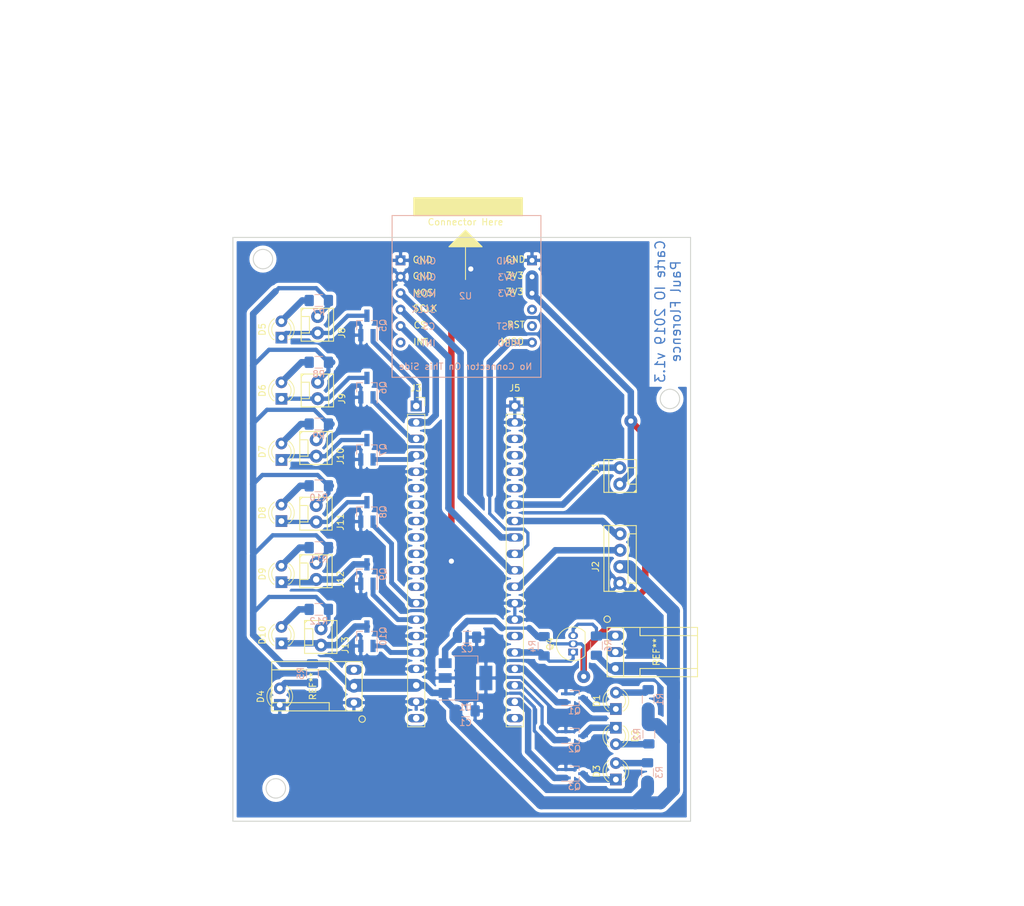
<source format=kicad_pcb>
(kicad_pcb (version 20171130) (host pcbnew 5.1.1)
  (title_block (title "Carte IO/Pompe 2019") (date 2019-05-13) (rev v1.3) (company "Club Robot") (comment 1 Paul) (comment 2 Florence))
  (layers (0 F.Cu signal) (31 B.Cu signal) (34 B.Paste user) (35 F.Paste user) (36 B.SilkS user) (37 F.SilkS user hide) (38 B.Mask user) (39 F.Mask user) (44 Edge.Cuts user))
  (net 0 "")
  (net 1 +5V)
  (net 2 GND)
  (net 3 +3V3)
  (net 4 "Net-(D1-Pad1)")
  (net 5 "Net-(D1-Pad2)")
  (net 6 "Net-(D2-Pad2)")
  (net 7 "Net-(D2-Pad1)")
  (net 8 "Net-(D3-Pad1)")
  (net 9 "Net-(D3-Pad2)")
  (net 10 "Net-(D4-Pad2)")
  (net 11 /led_hardfault)
  (net 12 /led_feedback)
  (net 13 "Net-(U2-Pad8)")
  (net 14 "Net-(U2-Pad1)")
  (net 15 /led_communication)
  (net 16 "Net-(J4-Pad3)")
  (net 17 /SCK)
  (net 18 /MISO)
  (net 19 /MOSI)
  (net 20 /CS)
  (net 21 /Tirette)
  (net 22 /Pompe2)
  (net 23 /Pompe1)
  (net 24 /EV1)
  (net 25 /EV2)
  (net 26 /EV3)
  (net 27 "Net-(J3-Pad6)")
  (net 28 "Net-(J3-Pad7)")
  (net 29 "Net-(J3-Pad8)")
  (net 30 "Net-(J3-Pad9)")
  (net 31 "Net-(J3-Pad10)")
  (net 32 "Net-(J3-Pad11)")
  (net 33 "Net-(J3-Pad12)")
  (net 34 /EV4)
  (net 35 /EV5)
  (net 36 /EV6)
  (net 37 "Net-(J3-Pad20)")
  (net 38 "Net-(J5-Pad20)")
  (net 39 /Buzzer)
  (net 40 "Net-(J5-Pad15)")
  (net 41 /EV7)
  (net 42 "Net-(J5-Pad4)")
  (net 43 /EV8)
  (net 44 "Net-(J5-Pad3)")
  (net 45 "Net-(J7-Pad1)")
  (net 46 "Net-(D5-Pad2)")
  (net 47 "Net-(D6-Pad2)")
  (net 48 "Net-(D7-Pad2)")
  (net 49 "Net-(D8-Pad2)")
  (net 50 "Net-(D9-Pad2)")
  (net 51 "Net-(D10-Pad2)")
  (net 52 "Net-(D5-Pad1)")
  (net 53 "Net-(D6-Pad1)")
  (net 54 "Net-(D7-Pad1)")
  (net 55 "Net-(D8-Pad1)")
  (net 56 "Net-(D9-Pad1)")
  (net 57 "Net-(D10-Pad1)")
  (module @Robot:HE14-2-straight (layer F.Cu) (at 102.126253 83.82 270)
    (fp_text reference J10 (at 0 -3 270) (layer F.SilkS))
    (fp_text value Con_EV)
    (pad 1 thru_hole circle (at -2.54 0.743747 90) (size 2 2) (drill 1) (layers *.Cu *.Mask) (net 1 +5V))
    (pad 2 thru_hole circle (at 0 0.743747 90) (size 2 2) (drill 1) (layers *.Cu *.Mask) (net 54 "Net-(D7-Pad1)"))
  )
  (module Resistor_SMD:R_1206_3216Metric_Pad1.42x1.75mm_HandSolder (layer B.Cu) (at 152.6 132.7 90)
    (fp_text reference R3 (at 0 1.82 -90) (layer B.SilkS) (effects (justify mirror)))
    (fp_text value 150)
    (pad 2 smd roundrect (at 1.4875 0 90) (size 1.425 1.75) (layers B.Cu B.Paste B.Mask) (roundrect_rratio 0.175439) (net 9 "Net-(D3-Pad2)"))
    (pad 1 smd roundrect (at -1.4875 0 90) (size 1.425 1.75) (layers B.Cu B.Paste B.Mask) (roundrect_rratio 0.175439) (net 1 +5V))
  )
  (module Resistor_SMD:R_1206_3216Metric_Pad1.42x1.75mm_HandSolder (layer B.Cu) (at 152.8 126.8 270)
    (fp_text reference R2 (at 0 1.82 270) (layer B.SilkS) (effects (justify mirror)))
    (fp_text value 150)
    (pad 2 smd roundrect (at 1.4875 0 270) (size 1.425 1.75) (layers B.Cu B.Paste B.Mask) (roundrect_rratio 0.175439) (net 6 "Net-(D2-Pad2)"))
    (pad 1 smd roundrect (at -1.4875 0 270) (size 1.425 1.75) (layers B.Cu B.Paste B.Mask) (roundrect_rratio 0.175439) (net 1 +5V))
  )
  (module Resistor_SMD:R_1206_3216Metric_Pad1.42x1.75mm_HandSolder (layer B.Cu) (at 152.7 121.4 90)
    (fp_text reference R1 (at 0 1.82 270) (layer B.SilkS) (effects (justify mirror)))
    (fp_text value 150)
    (pad 2 smd roundrect (at 1.4875 0 90) (size 1.425 1.75) (layers B.Cu B.Paste B.Mask) (roundrect_rratio 0.175439) (net 5 "Net-(D1-Pad2)"))
    (pad 1 smd roundrect (at -1.4875 0 90) (size 1.425 1.75) (layers B.Cu B.Paste B.Mask) (roundrect_rratio 0.175439) (net 1 +5V))
  )
  (module Package_TO_SOT_SMD:SOT-323_SC-70_Handsoldering (layer B.Cu) (at 141.3 132.9)
    (fp_text reference Q3 (at 0 2) (layer B.SilkS) (effects (justify mirror)))
    (fp_text value PMF370XN)
    (pad 3 smd rect (at 1.33 0 90) (size 0.45 1.5) (layers B.Cu B.Paste B.Mask) (net 8 "Net-(D3-Pad1)"))
    (pad 2 smd rect (at -1.33 -0.65 90) (size 0.45 1.5) (layers B.Cu B.Paste B.Mask) (net 2 GND))
    (pad 1 smd rect (at -1.33 0.65 90) (size 0.45 1.5) (layers B.Cu B.Paste B.Mask) (net 12 /led_feedback))
  )
  (module Package_TO_SOT_SMD:SOT-323_SC-70_Handsoldering (layer B.Cu) (at 141.3 127.05)
    (fp_text reference Q2 (at 0 2) (layer B.SilkS) (effects (justify mirror)))
    (fp_text value PMF370XN)
    (pad 3 smd rect (at 1.33 0 90) (size 0.45 1.5) (layers B.Cu B.Paste B.Mask) (net 7 "Net-(D2-Pad1)"))
    (pad 2 smd rect (at -1.33 -0.65 90) (size 0.45 1.5) (layers B.Cu B.Paste B.Mask) (net 2 GND))
    (pad 1 smd rect (at -1.33 0.65 90) (size 0.45 1.5) (layers B.Cu B.Paste B.Mask) (net 15 /led_communication))
  )
  (module Package_TO_SOT_SMD:SOT-323_SC-70_Handsoldering (layer B.Cu) (at 141.3 121.2)
    (fp_text reference Q1 (at 0 2) (layer B.SilkS) (effects (justify mirror)))
    (fp_text value PMF370XN)
    (pad 3 smd rect (at 1.33 0 90) (size 0.45 1.5) (layers B.Cu B.Paste B.Mask) (net 4 "Net-(D1-Pad1)"))
    (pad 2 smd rect (at -1.33 -0.65 90) (size 0.45 1.5) (layers B.Cu B.Paste B.Mask) (net 2 GND))
    (pad 1 smd rect (at -1.33 0.65 90) (size 0.45 1.5) (layers B.Cu B.Paste B.Mask) (net 11 /led_hardfault))
  )
  (module LED_THT:LED_D3.0mm (layer F.Cu) (at 147.7 133.8 90)
    (fp_text reference D3 (at 1.27 -2.96 90) (layer F.SilkS))
    (fp_text value led_feedback_vert)
    (pad 2 thru_hole circle (at 2.54 0 90) (size 1.8 1.8) (drill 0.9) (layers *.Cu *.Mask) (net 9 "Net-(D3-Pad2)"))
    (pad 1 thru_hole rect (at 0 0 90) (size 1.8 1.8) (drill 0.9) (layers *.Cu *.Mask) (net 8 "Net-(D3-Pad1)"))
  )
  (module LED_THT:LED_D3.0mm (layer F.Cu) (at 147.7 125.8 270)
    (fp_text reference D2 (at 1.27 -2.96 90) (layer F.SilkS))
    (fp_text value LED_communication_vert)
    (pad 2 thru_hole circle (at 2.54 0 270) (size 1.8 1.8) (drill 0.9) (layers *.Cu *.Mask) (net 6 "Net-(D2-Pad2)"))
    (pad 1 thru_hole rect (at 0 0 270) (size 1.8 1.8) (drill 0.9) (layers *.Cu *.Mask) (net 7 "Net-(D2-Pad1)"))
  )
  (module LED_THT:LED_D3.0mm (layer F.Cu) (at 147.7 122.9 90)
    (fp_text reference D1 (at 1.27 -2.96 90) (layer F.SilkS))
    (fp_text value LED_hardfault_jaune)
    (pad 2 thru_hole circle (at 2.54 0 90) (size 1.8 1.8) (drill 0.9) (layers *.Cu *.Mask) (net 5 "Net-(D1-Pad2)"))
    (pad 1 thru_hole rect (at 0 0 90) (size 1.8 1.8) (drill 0.9) (layers *.Cu *.Mask) (net 4 "Net-(D1-Pad1)"))
  )
  (module @Robot:HE14-3_horizontal (layer F.Cu) (at 103.396253 119.38 90)
    (fp_text reference J4 hide)
    (fp_text value "Alim logique" hide)
    (fp_text user REF** (at 0 -2.54 270) (layer F.SilkS))
    (pad 3 thru_hole oval (at 2.54 3.81 90) (size 1.524 2.54) (drill 1) (layers *.Cu *.Mask) (net 16 "Net-(J4-Pad3)"))
    (pad 1 thru_hole oval (at -2.54 3.81 90) (size 1.524 2.54) (drill 1) (layers *.Cu *.Mask) (net 2 GND))
    (pad 2 thru_hole oval (at 0 3.81 90) (size 1.524 2.54) (drill 1) (layers *.Cu *.Mask) (net 1 +5V))
  )
  (module LED_THT:LED_D3.0mm (layer F.Cu) (at 95.75 122.25 90)
    (fp_text reference D4 (at 1.27 -2.96 270) (layer F.SilkS))
    (fp_text value LED_alimentation_rouge)
    (pad 2 thru_hole circle (at 2.54 0 90) (size 1.8 1.8) (drill 0.9) (layers *.Cu *.Mask) (net 10 "Net-(D4-Pad2)"))
    (pad 1 thru_hole rect (at 0 0 90) (size 1.8 1.8) (drill 0.9) (layers *.Cu *.Mask) (net 2 GND))
  )
  (module Resistor_SMD:R_1206_3216Metric_Pad1.42x1.75mm_HandSolder (layer B.Cu) (at 101.783747 107.5)
    (fp_text reference R12 (at 0 1.82) (layer B.SilkS) (effects (justify mirror)))
    (fp_text value 150R)
    (pad 2 smd roundrect (at 1.4875 0) (size 1.425 1.75) (layers B.Cu B.Paste B.Mask) (roundrect_rratio 0.175439) (net 1 +5V))
    (pad 1 smd roundrect (at -1.4875 0) (size 1.425 1.75) (layers B.Cu B.Paste B.Mask) (roundrect_rratio 0.175439) (net 51 "Net-(D10-Pad2)"))
  )
  (module Resistor_SMD:R_1206_3216Metric_Pad1.42x1.75mm_HandSolder (layer B.Cu) (at 101.783747 97.95)
    (fp_text reference R11 (at 0 1.82) (layer B.SilkS) (effects (justify mirror)))
    (fp_text value 150R)
    (pad 2 smd roundrect (at 1.4875 0) (size 1.425 1.75) (layers B.Cu B.Paste B.Mask) (roundrect_rratio 0.175439) (net 1 +5V))
    (pad 1 smd roundrect (at -1.4875 0) (size 1.425 1.75) (layers B.Cu B.Paste B.Mask) (roundrect_rratio 0.175439) (net 50 "Net-(D9-Pad2)"))
  )
  (module Resistor_SMD:R_1206_3216Metric_Pad1.42x1.75mm_HandSolder (layer B.Cu) (at 101.783747 88.4)
    (fp_text reference R10 (at 0 1.82) (layer B.SilkS) (effects (justify mirror)))
    (fp_text value 150R)
    (pad 2 smd roundrect (at 1.4875 0) (size 1.425 1.75) (layers B.Cu B.Paste B.Mask) (roundrect_rratio 0.175439) (net 1 +5V))
    (pad 1 smd roundrect (at -1.4875 0) (size 1.425 1.75) (layers B.Cu B.Paste B.Mask) (roundrect_rratio 0.175439) (net 49 "Net-(D8-Pad2)"))
  )
  (module Resistor_SMD:R_1206_3216Metric_Pad1.42x1.75mm_HandSolder (layer B.Cu) (at 101.783747 78.85)
    (fp_text reference R9 (at 0 1.82) (layer B.SilkS) (effects (justify mirror)))
    (fp_text value 150R)
    (pad 2 smd roundrect (at 1.4875 0) (size 1.425 1.75) (layers B.Cu B.Paste B.Mask) (roundrect_rratio 0.175439) (net 1 +5V))
    (pad 1 smd roundrect (at -1.4875 0) (size 1.425 1.75) (layers B.Cu B.Paste B.Mask) (roundrect_rratio 0.175439) (net 48 "Net-(D7-Pad2)"))
  )
  (module Resistor_SMD:R_1206_3216Metric_Pad1.42x1.75mm_HandSolder (layer B.Cu) (at 101.783747 69.3)
    (fp_text reference R8 (at 0 1.82) (layer B.SilkS) (effects (justify mirror)))
    (fp_text value 150R)
    (pad 2 smd roundrect (at 1.4875 0) (size 1.425 1.75) (layers B.Cu B.Paste B.Mask) (roundrect_rratio 0.175439) (net 1 +5V))
    (pad 1 smd roundrect (at -1.4875 0) (size 1.425 1.75) (layers B.Cu B.Paste B.Mask) (roundrect_rratio 0.175439) (net 47 "Net-(D6-Pad2)"))
  )
  (module Resistor_SMD:R_1206_3216Metric_Pad1.42x1.75mm_HandSolder (layer B.Cu) (at 101.783747 59.75)
    (fp_text reference R7 (at 0 1.82) (layer B.SilkS) (effects (justify mirror)))
    (fp_text value 150R)
    (pad 2 smd roundrect (at 1.4875 0) (size 1.425 1.75) (layers B.Cu B.Paste B.Mask) (roundrect_rratio 0.175439) (net 1 +5V))
    (pad 1 smd roundrect (at -1.4875 0) (size 1.425 1.75) (layers B.Cu B.Paste B.Mask) (roundrect_rratio 0.175439) (net 46 "Net-(D5-Pad2)"))
  )
  (module LED_THT:LED_D3.0mm (layer F.Cu) (at 96 112.75 90)
    (fp_text reference D10 (at 1.27 -2.96 90) (layer F.SilkS))
    (fp_text value LED_VERTE)
    (pad 2 thru_hole circle (at 2.54 0 90) (size 1.8 1.8) (drill 0.9) (layers *.Cu *.Mask) (net 51 "Net-(D10-Pad2)"))
    (pad 1 thru_hole rect (at 0 0 90) (size 1.8 1.8) (drill 0.9) (layers *.Cu *.Mask) (net 57 "Net-(D10-Pad1)"))
  )
  (module LED_THT:LED_D3.0mm (layer F.Cu) (at 96 103.3 90)
    (fp_text reference D9 (at 1.27 -2.96 90) (layer F.SilkS))
    (fp_text value LED_VERTE)
    (pad 2 thru_hole circle (at 2.54 0 90) (size 1.8 1.8) (drill 0.9) (layers *.Cu *.Mask) (net 50 "Net-(D9-Pad2)"))
    (pad 1 thru_hole rect (at 0 0 90) (size 1.8 1.8) (drill 0.9) (layers *.Cu *.Mask) (net 56 "Net-(D9-Pad1)"))
  )
  (module LED_THT:LED_D3.0mm (layer F.Cu) (at 96 93.85 90)
    (fp_text reference D8 (at 1.27 -2.96 90) (layer F.SilkS))
    (fp_text value LED_VERTE)
    (pad 2 thru_hole circle (at 2.54 0 90) (size 1.8 1.8) (drill 0.9) (layers *.Cu *.Mask) (net 49 "Net-(D8-Pad2)"))
    (pad 1 thru_hole rect (at 0 0 90) (size 1.8 1.8) (drill 0.9) (layers *.Cu *.Mask) (net 55 "Net-(D8-Pad1)"))
  )
  (module LED_THT:LED_D3.0mm (layer F.Cu) (at 96 84.4 90)
    (fp_text reference D7 (at 1.27 -2.96 90) (layer F.SilkS))
    (fp_text value LED_VERTE)
    (pad 2 thru_hole circle (at 2.54 0 90) (size 1.8 1.8) (drill 0.9) (layers *.Cu *.Mask) (net 48 "Net-(D7-Pad2)"))
    (pad 1 thru_hole rect (at 0 0 90) (size 1.8 1.8) (drill 0.9) (layers *.Cu *.Mask) (net 54 "Net-(D7-Pad1)"))
  )
  (module LED_THT:LED_D3.0mm (layer F.Cu) (at 96 74.95 90)
    (fp_text reference D6 (at 1.27 -2.96 90) (layer F.SilkS))
    (fp_text value LED_VERTE)
    (pad 2 thru_hole circle (at 2.54 0 90) (size 1.8 1.8) (drill 0.9) (layers *.Cu *.Mask) (net 47 "Net-(D6-Pad2)"))
    (pad 1 thru_hole rect (at 0 0 90) (size 1.8 1.8) (drill 0.9) (layers *.Cu *.Mask) (net 53 "Net-(D6-Pad1)"))
  )
  (module LED_THT:LED_D3.0mm (layer F.Cu) (at 96 65.5 90)
    (fp_text reference D5 (at 1.27 -2.96 90) (layer F.SilkS))
    (fp_text value LED_VERTE)
    (pad 2 thru_hole circle (at 2.54 0 90) (size 1.8 1.8) (drill 0.9) (layers *.Cu *.Mask) (net 46 "Net-(D5-Pad2)"))
    (pad 1 thru_hole rect (at 0 0 90) (size 1.8 1.8) (drill 0.9) (layers *.Cu *.Mask) (net 52 "Net-(D5-Pad1)"))
  )
  (module Package_TO_SOT_SMD:SOT-23_Handsoldering (layer B.Cu) (at 109.22 111.65 90)
    (fp_text reference Q10 (at 0 2.5 90) (layer B.SilkS) (effects (justify mirror)))
    (fp_text value NDS351AN)
    (pad 3 smd rect (at 1.5 0 90) (size 1.9 0.8) (layers B.Cu B.Paste B.Mask) (net 57 "Net-(D10-Pad1)"))
    (pad 2 smd rect (at -1.5 -0.95 90) (size 1.9 0.8) (layers B.Cu B.Paste B.Mask) (net 2 GND))
    (pad 1 smd rect (at -1.5 0.95 90) (size 1.9 0.8) (layers B.Cu B.Paste B.Mask) (net 36 /EV6))
  )
  (module Package_TO_SOT_SMD:SOT-23_Handsoldering (layer B.Cu) (at 109.22 102.042 90)
    (fp_text reference Q9 (at 0 2.5 90) (layer B.SilkS) (effects (justify mirror)))
    (fp_text value NDS351AN)
    (pad 3 smd rect (at 1.5 0 90) (size 1.9 0.8) (layers B.Cu B.Paste B.Mask) (net 56 "Net-(D9-Pad1)"))
    (pad 2 smd rect (at -1.5 -0.95 90) (size 1.9 0.8) (layers B.Cu B.Paste B.Mask) (net 2 GND))
    (pad 1 smd rect (at -1.5 0.95 90) (size 1.9 0.8) (layers B.Cu B.Paste B.Mask) (net 35 /EV5))
  )
  (module Package_TO_SOT_SMD:SOT-23_Handsoldering (layer B.Cu) (at 109.22 92.434 90)
    (fp_text reference Q8 (at 0 2.5 90) (layer B.SilkS) (effects (justify mirror)))
    (fp_text value NDS351AN)
    (pad 3 smd rect (at 1.5 0 90) (size 1.9 0.8) (layers B.Cu B.Paste B.Mask) (net 55 "Net-(D8-Pad1)"))
    (pad 2 smd rect (at -1.5 -0.95 90) (size 1.9 0.8) (layers B.Cu B.Paste B.Mask) (net 2 GND))
    (pad 1 smd rect (at -1.5 0.95 90) (size 1.9 0.8) (layers B.Cu B.Paste B.Mask) (net 34 /EV4))
  )
  (module Package_TO_SOT_SMD:SOT-23_Handsoldering (layer B.Cu) (at 109.22 82.826 90)
    (fp_text reference Q7 (at 0 2.5 90) (layer B.SilkS) (effects (justify mirror)))
    (fp_text value NDS351AN)
    (pad 3 smd rect (at 1.5 0 90) (size 1.9 0.8) (layers B.Cu B.Paste B.Mask) (net 54 "Net-(D7-Pad1)"))
    (pad 2 smd rect (at -1.5 -0.95 90) (size 1.9 0.8) (layers B.Cu B.Paste B.Mask) (net 2 GND))
    (pad 1 smd rect (at -1.5 0.95 90) (size 1.9 0.8) (layers B.Cu B.Paste B.Mask) (net 26 /EV3))
  )
  (module Package_TO_SOT_SMD:SOT-23_Handsoldering (layer B.Cu) (at 109.22 73.218 90)
    (fp_text reference Q6 (at 0 2.5 90) (layer B.SilkS) (effects (justify mirror)))
    (fp_text value NDS351AN)
    (pad 3 smd rect (at 1.5 0 90) (size 1.9 0.8) (layers B.Cu B.Paste B.Mask) (net 53 "Net-(D6-Pad1)"))
    (pad 2 smd rect (at -1.5 -0.95 90) (size 1.9 0.8) (layers B.Cu B.Paste B.Mask) (net 2 GND))
    (pad 1 smd rect (at -1.5 0.95 90) (size 1.9 0.8) (layers B.Cu B.Paste B.Mask) (net 25 /EV2))
  )
  (module Package_TO_SOT_SMD:SOT-23_Handsoldering (layer B.Cu) (at 109.22 63.61 90)
    (fp_text reference Q5 (at 0 2.5 90) (layer B.SilkS) (effects (justify mirror)))
    (fp_text value NDS351AN)
    (pad 3 smd rect (at 1.5 0 90) (size 1.9 0.8) (layers B.Cu B.Paste B.Mask) (net 52 "Net-(D5-Pad1)"))
    (pad 2 smd rect (at -1.5 -0.95 90) (size 1.9 0.8) (layers B.Cu B.Paste B.Mask) (net 2 GND))
    (pad 1 smd rect (at -1.5 0.95 90) (size 1.9 0.8) (layers B.Cu B.Paste B.Mask) (net 24 /EV1))
  )
  (module @Robot:HE14-2-straight (layer F.Cu) (at 102.87 113.03 270)
    (fp_text reference J13 (at 0 -3 270) (layer F.SilkS))
    (fp_text value Con_EV)
    (pad 1 thru_hole circle (at -2.54 0.743747 90) (size 2 2) (drill 1) (layers *.Cu *.Mask) (net 1 +5V))
    (pad 2 thru_hole circle (at 0 0.743747 90) (size 2 2) (drill 1) (layers *.Cu *.Mask) (net 57 "Net-(D10-Pad1)"))
  )
  (module @Robot:HE14-2-straight (layer F.Cu) (at 102.126253 102.87 270)
    (fp_text reference J12 (at 0 -3 270) (layer F.SilkS))
    (fp_text value Con_EV)
    (pad 1 thru_hole circle (at -2.54 0.743747 90) (size 2 2) (drill 1) (layers *.Cu *.Mask) (net 1 +5V))
    (pad 2 thru_hole circle (at 0 0.743747 90) (size 2 2) (drill 1) (layers *.Cu *.Mask) (net 56 "Net-(D9-Pad1)"))
  )
  (module @Robot:HE14-2-straight (layer F.Cu) (at 102.126253 93.98 270)
    (fp_text reference J11 (at 0 -3 270) (layer F.SilkS))
    (fp_text value Con_EV)
    (pad 1 thru_hole circle (at -2.54 0.743747 90) (size 2 2) (drill 1) (layers *.Cu *.Mask) (net 1 +5V))
    (pad 2 thru_hole circle (at 0 0.743747 90) (size 2 2) (drill 1) (layers *.Cu *.Mask) (net 55 "Net-(D8-Pad1)"))
  )
  (module @Robot:HE14-2-straight (layer F.Cu) (at 102.343747 74.93 270)
    (fp_text reference J9 (at 0 -3 270) (layer F.SilkS))
    (fp_text value Con_EV)
    (pad 1 thru_hole circle (at -2.54 0.743747 90) (size 2 2) (drill 1) (layers *.Cu *.Mask) (net 1 +5V))
    (pad 2 thru_hole circle (at 0 0.743747 90) (size 2 2) (drill 1) (layers *.Cu *.Mask) (net 53 "Net-(D6-Pad1)"))
  )
  (module @Robot:HE14-2-straight (layer F.Cu) (at 102.343747 64.77 270)
    (fp_text reference J8 (at 0 -3 270) (layer F.SilkS))
    (fp_text value Con_EV)
    (pad 1 thru_hole circle (at -2.54 0.743747 90) (size 2 2) (drill 1) (layers *.Cu *.Mask) (net 1 +5V))
    (pad 2 thru_hole circle (at 0 0.743747 90) (size 2 2) (drill 1) (layers *.Cu *.Mask) (net 52 "Net-(D5-Pad1)"))
  )
  (module @Robot:HE14-4-straight (layer F.Cu) (at 147.571253 100.9 90)
    (fp_text reference J2 (at 0 -3 90) (layer F.SilkS))
    (fp_text value Conn_01x04)
    (pad 4 thru_hole circle (at 5.08 0.783747 270) (size 2 2) (drill 1) (layers *.Cu *.Mask) (net 22 /Pompe2))
    (pad 1 thru_hole circle (at -2.54 0.743747 270) (size 2 2) (drill 1) (layers *.Cu *.Mask) (net 2 GND))
    (pad 2 thru_hole circle (at 0 0.743747 270) (size 2 2) (drill 1) (layers *.Cu *.Mask) (net 1 +5V))
    (pad 3 thru_hole circle (at 2.54 0.783747 270) (size 2 2) (drill 1) (layers *.Cu *.Mask) (net 23 /Pompe1))
  )
  (module @Robot:HE14-2-straight (layer F.Cu) (at 147.571253 85.6 90)
    (fp_text reference J1 (at 0 -3 90) (layer F.SilkS))
    (fp_text value Con_Tirette)
    (pad 1 thru_hole circle (at -2.54 0.743747 270) (size 2 2) (drill 1) (layers *.Cu *.Mask) (net 3 +3V3))
    (pad 2 thru_hole circle (at 0 0.743747 270) (size 2 2) (drill 1) (layers *.Cu *.Mask) (net 21 /Tirette))
  )
  (module Resistor_SMD:R_1206_3216Metric_Pad1.42x1.75mm_HandSolder (layer B.Cu) (at 144.7 113.1 90)
    (fp_text reference R6 (at 0 1.82 90) (layer B.SilkS) (effects (justify mirror)))
    (fp_text value 10k)
    (pad 2 smd roundrect (at 1.4875 0 90) (size 1.425 1.75) (layers B.Cu B.Paste B.Mask) (roundrect_rratio 0.175439) (net 45 "Net-(J7-Pad1)"))
    (pad 1 smd roundrect (at -1.4875 0 90) (size 1.425 1.75) (layers B.Cu B.Paste B.Mask) (roundrect_rratio 0.175439) (net 1 +5V))
  )
  (module Resistor_SMD:R_1206_3216Metric_Pad1.42x1.75mm_HandSolder (layer B.Cu) (at 136.6 113.2 270)
    (fp_text reference R4 (at 0 1.82 90) (layer B.SilkS) (effects (justify mirror)))
    (fp_text value 10k)
    (pad 2 smd roundrect (at 1.4875 0 270) (size 1.425 1.75) (layers B.Cu B.Paste B.Mask) (roundrect_rratio 0.175439) (net 39 /Buzzer))
    (pad 1 smd roundrect (at -1.4875 0 270) (size 1.425 1.75) (layers B.Cu B.Paste B.Mask) (roundrect_rratio 0.175439) (net 3 +3V3))
  )
  (module Package_TO_SOT_THT:TO-92_Inline (layer F.Cu) (at 141.1 114.1 90)
    (fp_text reference Q4 (at 1.27 -3.56 90) (layer F.SilkS))
    (fp_text value 2N7000)
    (pad 1 thru_hole rect (at 0 0 90) (size 1.05 1.5) (drill 0.75) (layers *.Cu *.Mask) (net 39 /Buzzer))
    (pad 3 thru_hole oval (at 2.54 0 90) (size 1.05 1.5) (drill 0.75) (layers *.Cu *.Mask) (net 45 "Net-(J7-Pad1)"))
    (pad 2 thru_hole oval (at 1.27 0 90) (size 1.05 1.5) (drill 0.75) (layers *.Cu *.Mask) (net 3 +3V3))
  )
  (module @Robot:HE14-3_horizontal (layer F.Cu) (at 151.435 114.1 270)
    (fp_text reference J7 hide)
    (fp_text value Con_Buzzer hide)
    (fp_text user REF** (at 0 -2.54 270) (layer F.SilkS))
    (pad 3 thru_hole oval (at 2.54 3.81 270) (size 1.524 2.54) (drill 1) (layers *.Cu *.Mask) (net 1 +5V))
    (pad 1 thru_hole oval (at -2.54 3.81 270) (size 1.524 2.54) (drill 1) (layers *.Cu *.Mask) (net 45 "Net-(J7-Pad1)"))
    (pad 2 thru_hole oval (at 0 3.81 270) (size 1.524 2.54) (drill 1) (layers *.Cu *.Mask) (net 2 GND))
  )
  (module Capacitor_SMD:C_1206_3216Metric_Pad1.42x1.75mm_HandSolder (layer B.Cu) (at 124.46 123.19)
    (fp_text reference C1 (at 0 1.82) (layer B.SilkS) (effects (justify mirror)))
    (fp_text value 1u)
    (pad 1 smd roundrect (at -1.4875 0) (size 1.425 1.75) (layers B.Cu B.Paste B.Mask) (roundrect_rratio 0.175439) (net 1 +5V))
    (pad 2 smd roundrect (at 1.4875 0) (size 1.425 1.75) (layers B.Cu B.Paste B.Mask) (roundrect_rratio 0.175439) (net 2 GND))
  )
  (module Capacitor_SMD:C_1206_3216Metric_Pad1.42x1.75mm_HandSolder (layer B.Cu) (at 124.7 111.8)
    (fp_text reference C2 (at 0 1.82) (layer B.SilkS) (effects (justify mirror)))
    (fp_text value 1u)
    (pad 2 smd roundrect (at 1.4875 0) (size 1.425 1.75) (layers B.Cu B.Paste B.Mask) (roundrect_rratio 0.175439) (net 2 GND))
    (pad 1 smd roundrect (at -1.4875 0) (size 1.425 1.75) (layers B.Cu B.Paste B.Mask) (roundrect_rratio 0.175439) (net 3 +3V3))
  )
  (module Resistor_SMD:R_1206_3216Metric_Pad1.42x1.75mm_HandSolder (layer B.Cu) (at 100.8 117.4 270)
    (fp_text reference R5 (at 0 1.82 90) (layer B.SilkS) (effects (justify mirror)))
    (fp_text value 150)
    (pad 2 smd roundrect (at 1.4875 0 270) (size 1.425 1.75) (layers B.Cu B.Paste B.Mask) (roundrect_rratio 0.175439) (net 10 "Net-(D4-Pad2)"))
    (pad 1 smd roundrect (at -1.4875 0 270) (size 1.425 1.75) (layers B.Cu B.Paste B.Mask) (roundrect_rratio 0.175439) (net 1 +5V))
  )
  (module Package_TO_SOT_SMD:SOT-223-3_TabPin2 (layer B.Cu) (at 124.46 118.11)
    (fp_text reference U1 (at 0 4.5) (layer B.SilkS) (effects (justify mirror)))
    (fp_text value TC1262-33)
    (pad 2 smd rect (at 3.15 0) (size 2 3.8) (layers B.Cu B.Paste B.Mask) (net 2 GND))
    (pad 2 smd rect (at -3.15 0) (size 2 1.5) (layers B.Cu B.Paste B.Mask) (net 2 GND))
    (pad 3 smd rect (at -3.15 -2.3) (size 2 1.5) (layers B.Cu B.Paste B.Mask) (net 3 +3V3))
    (pad 1 smd rect (at -3.15 2.3) (size 2 1.5) (layers B.Cu B.Paste B.Mask) (net 1 +5V))
  )
  (module @Robot:w5500 (layer F.Cu) (at 124.46 59.055 180)
    (fp_text reference U2 (at 0 0 180) (layer B.SilkS) (effects (justify mirror)))
    (fp_text value w5500)
    (fp_text user SCLK (at 6.23 -1.901712) (layer F.SilkS))
    (fp_text user INT (at 6.93 -7.101712) (layer F.SilkS))
    (fp_text user CS (at 7.03 -4.501712) (layer F.SilkS))
    (fp_text user GND (at 6.63 5.598288) (layer F.SilkS))
    (fp_text user GND (at 6.63 3.098288) (layer F.SilkS))
    (fp_text user MOSI (at 6.33 0.498288) (layer F.SilkS))
    (fp_text user RST (at -7.8 -4.44077) (layer F.SilkS))
    (fp_text user GND (at -7.7 5.65923) (layer F.SilkS))
    (fp_text user 3V3 (at -7.6 3.15923) (layer F.SilkS))
    (fp_text user MISO (at -7.2 -7.04077) (layer F.SilkS))
    (fp_text user 3V3 (at -7.6 0.65923) (layer F.SilkS))
    (fp_text user "Connector Here" (at 0 11.43 180) (layer F.SilkS))
    (fp_text user SCLK (at 6.47 -2.1 180) (layer B.SilkS) (effects (justify mirror)))
    (fp_text user MOSI (at 6.37 0.3 180) (layer B.SilkS) (effects (justify mirror)))
    (fp_text user CS (at 5.67 -4.7 180) (layer B.SilkS) (effects (justify mirror)))
    (fp_text user INT (at 5.77 -7.3 180) (layer B.SilkS) (effects (justify mirror)))
    (fp_text user MISO (at -6.77 -7.3 180) (layer B.SilkS) (effects (justify mirror)))
    (fp_text user RST (at -6.17 -4.7 180) (layer B.SilkS) (effects (justify mirror)))
    (fp_text user 3V3 (at -6.37 0.4 180) (layer B.SilkS) (effects (justify mirror)))
    (fp_text user 3V3 (at -6.37 2.9 180) (layer B.SilkS) (effects (justify mirror)))
    (fp_text user GND (at 6.07 2.9 180) (layer B.SilkS) (effects (justify mirror)))
    (fp_text user GND (at -6.27 5.4 180) (layer B.SilkS) (effects (justify mirror)))
    (fp_text user GND (at 6.07 5.4 180) (layer B.SilkS) (effects (justify mirror)))
    (fp_text user "No Connector On This Side" (at 0 -10.9 180) (layer B.SilkS) (effects (justify mirror)))
    (pad 6 thru_hole rect (at 10.04 5.51 180) (size 1.524 1.524) (drill 0.762) (layers *.Cu *.Mask) (net 2 GND))
    (pad 12 thru_hole rect (at -10.28 5.51 180) (size 1.524 1.524) (drill 0.762) (layers *.Cu *.Mask) (net 2 GND))
    (pad 9 thru_hole circle (at -10.28 -2.11 180) (size 1.524 1.524) (drill 0.762) (layers *.Cu *.Mask))
    (pad 11 thru_hole circle (at -10.28 2.97 180) (size 1.524 1.524) (drill 0.762) (layers *.Cu *.Mask) (net 3 +3V3))
    (pad 10 thru_hole circle (at -10.28 0.43 180) (size 1.524 1.524) (drill 0.762) (layers *.Cu *.Mask) (net 3 +3V3))
    (pad 8 thru_hole circle (at -10.28 -4.65 180) (size 1.524 1.524) (drill 0.762) (layers *.Cu *.Mask) (net 13 "Net-(U2-Pad8)"))
    (pad 7 thru_hole circle (at -10.28 -7.19 180) (size 1.524 1.524) (drill 0.762) (layers *.Cu *.Mask) (net 18 /MISO))
    (pad 1 thru_hole circle (at 10.04 -7.19 180) (size 1.524 1.524) (drill 0.762) (layers *.Cu *.Mask) (net 14 "Net-(U2-Pad1)"))
    (pad 2 thru_hole circle (at 10.04 -4.65 180) (size 1.524 1.524) (drill 0.762) (layers *.Cu *.Mask) (net 20 /CS))
    (pad 3 thru_hole circle (at 10.04 -2.11 180) (size 1.524 1.524) (drill 0.762) (layers *.Cu *.Mask) (net 17 /SCK))
    (pad 4 thru_hole circle (at 10.04 0.43 180) (size 1.524 1.524) (drill 0.762) (layers *.Cu *.Mask) (net 19 /MOSI))
    (pad 5 thru_hole circle (at 10.04 2.97 180) (size 1.524 1.524) (drill 0.762) (layers *.Cu *.Mask) (net 2 GND))
  )
  (module @Robot:PinSocket_1x20_P2.54mm_Vertical_Long_Pads (layer F.Cu) (at 116.84 76.06)
    (fp_text reference J3 (at 0 -2.77) (layer F.SilkS))
    (fp_text value Conn_01x20_Female)
    (pad 2 thru_hole oval (at 0 2.54) (size 2.54 1.27) (drill 1) (layers *.Cu *.Mask) (net 20 /CS))
    (pad 1 thru_hole rect (at 0 0) (size 1.7 1.7) (drill 1) (layers *.Cu *.Mask) (net 24 /EV1))
    (pad 3 thru_hole oval (at 0 5.08) (size 2.54 1.27) (drill 1) (layers *.Cu *.Mask) (net 25 /EV2))
    (pad 5 thru_hole oval (at 0 10.16) (size 2.54 1.27) (drill 1) (layers *.Cu *.Mask) (net 2 GND))
    (pad 4 thru_hole oval (at 0 7.62) (size 2.54 1.27) (drill 1) (layers *.Cu *.Mask) (net 26 /EV3))
    (pad 6 thru_hole oval (at 0 12.7) (size 2.54 1.27) (drill 1) (layers *.Cu *.Mask) (net 27 "Net-(J3-Pad6)"))
    (pad 7 thru_hole oval (at 0 15.24) (size 2.54 1.27) (drill 1) (layers *.Cu *.Mask) (net 28 "Net-(J3-Pad7)"))
    (pad 8 thru_hole oval (at 0 17.78) (size 2.54 1.27) (drill 1) (layers *.Cu *.Mask) (net 29 "Net-(J3-Pad8)"))
    (pad 9 thru_hole oval (at 0 20.32) (size 2.54 1.27) (drill 1) (layers *.Cu *.Mask) (net 30 "Net-(J3-Pad9)"))
    (pad 10 thru_hole oval (at 0 22.86) (size 2.54 1.27) (drill 1) (layers *.Cu *.Mask) (net 31 "Net-(J3-Pad10)"))
    (pad 11 thru_hole oval (at 0 25.4) (size 2.54 1.27) (drill 1) (layers *.Cu *.Mask) (net 32 "Net-(J3-Pad11)"))
    (pad 12 thru_hole oval (at 0 27.94) (size 2.54 1.27) (drill 1) (layers *.Cu *.Mask) (net 33 "Net-(J3-Pad12)"))
    (pad 13 thru_hole oval (at 0 30.48) (size 2.54 1.27) (drill 1) (layers *.Cu *.Mask) (net 34 /EV4))
    (pad 14 thru_hole oval (at 0 33.02) (size 2.54 1.27) (drill 1) (layers *.Cu *.Mask) (net 35 /EV5))
    (pad 15 thru_hole oval (at 0 35.56) (size 2.54 1.27) (drill 1) (layers *.Cu *.Mask) (net 2 GND))
    (pad 16 thru_hole oval (at 0 38.1) (size 2.54 1.27) (drill 1) (layers *.Cu *.Mask) (net 36 /EV6))
    (pad 17 thru_hole oval (at 0 40.64) (size 2.54 1.27) (drill 1) (layers *.Cu *.Mask) (net 2 GND))
    (pad 18 thru_hole oval (at 0 43.18) (size 2.54 1.27) (drill 1) (layers *.Cu *.Mask) (net 1 +5V))
    (pad 19 thru_hole oval (at 0 45.72) (size 2.54 1.27) (drill 1) (layers *.Cu *.Mask) (net 2 GND))
    (pad 20 thru_hole oval (at 0 48.26) (size 2.54 1.27) (drill 1) (layers *.Cu *.Mask) (net 37 "Net-(J3-Pad20)"))
  )
  (module @Robot:PinSocket_1x20_P2.54mm_Vertical_Long_Pads (layer F.Cu) (at 132.08 76.06)
    (fp_text reference J5 (at 0 -2.77) (layer F.SilkS))
    (fp_text value Conn_01x20_Female)
    (pad 20 thru_hole oval (at 0 48.26) (size 2.54 1.27) (drill 1) (layers *.Cu *.Mask) (net 38 "Net-(J5-Pad20)"))
    (pad 19 thru_hole oval (at 0 45.72) (size 2.54 1.27) (drill 1) (layers *.Cu *.Mask) (net 12 /led_feedback))
    (pad 18 thru_hole oval (at 0 43.18) (size 2.54 1.27) (drill 1) (layers *.Cu *.Mask) (net 15 /led_communication))
    (pad 17 thru_hole oval (at 0 40.64) (size 2.54 1.27) (drill 1) (layers *.Cu *.Mask) (net 11 /led_hardfault))
    (pad 16 thru_hole oval (at 0 38.1) (size 2.54 1.27) (drill 1) (layers *.Cu *.Mask) (net 39 /Buzzer))
    (pad 15 thru_hole oval (at 0 35.56) (size 2.54 1.27) (drill 1) (layers *.Cu *.Mask) (net 40 "Net-(J5-Pad15)"))
    (pad 14 thru_hole oval (at 0 33.02) (size 2.54 1.27) (drill 1) (layers *.Cu *.Mask) (net 2 GND))
    (pad 13 thru_hole oval (at 0 30.48) (size 2.54 1.27) (drill 1) (layers *.Cu *.Mask) (net 2 GND))
    (pad 12 thru_hole oval (at 0 27.94) (size 2.54 1.27) (drill 1) (layers *.Cu *.Mask) (net 23 /Pompe1))
    (pad 11 thru_hole oval (at 0 25.4) (size 2.54 1.27) (drill 1) (layers *.Cu *.Mask) (net 17 /SCK))
    (pad 10 thru_hole oval (at 0 22.86) (size 2.54 1.27) (drill 1) (layers *.Cu *.Mask) (net 18 /MISO))
    (pad 9 thru_hole oval (at 0 20.32) (size 2.54 1.27) (drill 1) (layers *.Cu *.Mask) (net 19 /MOSI))
    (pad 8 thru_hole oval (at 0 17.78) (size 2.54 1.27) (drill 1) (layers *.Cu *.Mask) (net 22 /Pompe2))
    (pad 7 thru_hole oval (at 0 15.24) (size 2.54 1.27) (drill 1) (layers *.Cu *.Mask) (net 21 /Tirette))
    (pad 6 thru_hole oval (at 0 12.7) (size 2.54 1.27) (drill 1) (layers *.Cu *.Mask) (net 41 /EV7))
    (pad 4 thru_hole oval (at 0 7.62) (size 2.54 1.27) (drill 1) (layers *.Cu *.Mask) (net 42 "Net-(J5-Pad4)"))
    (pad 5 thru_hole oval (at 0 10.16) (size 2.54 1.27) (drill 1) (layers *.Cu *.Mask) (net 43 /EV8))
    (pad 3 thru_hole oval (at 0 5.08) (size 2.54 1.27) (drill 1) (layers *.Cu *.Mask) (net 44 "Net-(J5-Pad3)"))
    (pad 1 thru_hole rect (at 0 0) (size 1.7 1.7) (drill 1) (layers *.Cu *.Mask) (net 2 GND))
    (pad 2 thru_hole oval (at 0 2.54) (size 2.54 1.27) (drill 1) (layers *.Cu *.Mask) (net 2 GND))
  )
  (gr_circle (center 156.06 74.97) (end 157.56 74.97) (layer Edge.Cuts) (width 0.15))
  (gr_circle (center 95.14 135.17) (end 96.64 135.17) (layer Edge.Cuts) (width 0.15))
  (gr_circle (center 93.15 53.35) (end 94.65 53.35) (layer Edge.Cuts) (width 0.15))
  (gr_text "Carte IO 2019 v1.3\nPaul Florence" (at 155.76 61.45 90) (layer B.Cu) (effects (font (size 1.5 1.5) (thickness 0.2)) (justify mirror)))
  (gr_line (start 159.25 50) (end 159.25 140.25) (layer Edge.Cuts) (width 0.15))
  (gr_line (start 88.5 50) (end 159.25 50) (layer Edge.Cuts) (width 0.15))
  (gr_line (start 88.5 140.25) (end 88.5 50) (layer Edge.Cuts) (width 0.15))
  (gr_line (start 159.25 140.25) (end 88.5 140.25) (layer Edge.Cuts) (width 0.15))
  (segment (start 121.31 121.5275) (end 122.9725 123.19) (width 1) (layer B.Cu) (net 1))
  (segment (start 121.31 120.41) (end 121.31 121.5275) (width 1) (layer B.Cu) (net 1))
  (segment (start 116.84 119.24) (end 118.14 119.24) (width 1) (layer B.Cu) (net 1))
  (segment (start 119.31 120.41) (end 121.31 120.41) (width 1) (layer B.Cu) (net 1))
  (segment (start 118.14 119.24) (end 119.31 120.41) (width 1) (layer B.Cu) (net 1))
  (segment (start 146.7525 116.64) (end 144.7 114.5875) (width 1) (layer B.Cu) (net 1))
  (segment (start 147.625 116.64) (end 146.7525 116.64) (width 1) (layer B.Cu) (net 1))
  (segment (start 107.346253 119.24) (end 107.206253 119.38) (width 2) (layer B.Cu) (net 1))
  (segment (start 116.84 119.24) (end 107.346253 119.24) (width 2) (layer B.Cu) (net 1))
  (segment (start 103.230753 115.9125) (end 100.8 115.9125) (width 1) (layer B.Cu) (net 1))
  (segment (start 107.206253 119.38) (end 106.698253 119.38) (width 1) (layer B.Cu) (net 1))
  (segment (start 106.698253 119.38) (end 103.230753 115.9125) (width 1) (layer B.Cu) (net 1))
  (segment (start 152.7 122.8875) (end 152.7 125.2125) (width 2) (layer B.Cu) (net 1))
  (segment (start 152.6 135.5) (end 152.6 134.1875) (width 2) (layer B.Cu) (net 1))
  (segment (start 150.7 137.4) (end 152.6 135.5) (width 2) (layer B.Cu) (net 1))
  (segment (start 122.9725 123.19) (end 122.9725 124.165) (width 2) (layer B.Cu) (net 1))
  (segment (start 136.2075 137.4) (end 150.7 137.4) (width 2) (layer B.Cu) (net 1))
  (segment (start 122.9725 124.165) (end 136.2075 137.4) (width 2) (layer B.Cu) (net 1))
  (segment (start 154.0125 125.3125) (end 152.8 125.3125) (width 2) (layer B.Cu) (net 1))
  (segment (start 156.6 127.9) (end 154.0125 125.3125) (width 2) (layer B.Cu) (net 1))
  (segment (start 156.6 135.4) (end 156.6 127.9) (width 2) (layer B.Cu) (net 1))
  (segment (start 150.7 137.4) (end 154.6 137.4) (width 2) (layer B.Cu) (net 1))
  (segment (start 154.6 137.4) (end 156.6 135.4) (width 2) (layer B.Cu) (net 1))
  (segment (start 149.729213 100.9) (end 148.315 100.9) (width 2) (layer B.Cu) (net 1))
  (segment (start 156.6 107.770787) (end 149.729213 100.9) (width 2) (layer B.Cu) (net 1))
  (segment (start 156.6 127.9) (end 156.6 121.1) (width 2) (layer B.Cu) (net 1))
  (segment (start 156.6 121.1) (end 156.6 107.770787) (width 2) (layer B.Cu) (net 1))
  (segment (start 156.6 118.9) (end 156.6 121.1) (width 2) (layer B.Cu) (net 1))
  (segment (start 147.625 116.64) (end 154.34 116.64) (width 2) (layer B.Cu) (net 1))
  (segment (start 154.34 116.64) (end 156.6 118.9) (width 2) (layer B.Cu) (net 1))
  (segment (start 103.271247 69.3) (end 103.85 69.3) (width 1) (layer B.Cu) (net 1))
  (segment (start 103.271247 78.85) (end 103.75 78.85) (width 1) (layer B.Cu) (net 1))
  (segment (start 103.271247 88.4) (end 103.65 88.4) (width 1) (layer B.Cu) (net 1))
  (segment (start 103.271247 97.95) (end 103.55 97.95) (width 1) (layer B.Cu) (net 1))
  (segment (start 103.271247 107.5) (end 103.45 107.5) (width 1) (layer B.Cu) (net 1))
  (segment (start 101.351247 105.58) (end 103.271247 107.5) (width 0.66) (layer B.Cu) (net 1))
  (segment (start 91.63 108.04) (end 94.09 105.58) (width 0.66) (layer B.Cu) (net 1))
  (segment (start 94.09 105.58) (end 101.351247 105.58) (width 0.66) (layer B.Cu) (net 1))
  (segment (start 103.271247 109.345006) (end 102.126253 110.49) (width 0.66) (layer B.Cu) (net 1))
  (segment (start 103.271247 107.5) (end 103.271247 109.345006) (width 0.66) (layer B.Cu) (net 1))
  (segment (start 103.271247 98.441259) (end 101.382506 100.33) (width 0.66) (layer B.Cu) (net 1))
  (segment (start 103.271247 97.95) (end 103.271247 98.441259) (width 0.66) (layer B.Cu) (net 1))
  (segment (start 103.271247 89.551259) (end 101.382506 91.44) (width 0.66) (layer B.Cu) (net 1))
  (segment (start 103.271247 88.4) (end 103.271247 89.551259) (width 0.66) (layer B.Cu) (net 1))
  (segment (start 103.271247 79.391259) (end 101.382506 81.28) (width 0.66) (layer B.Cu) (net 1))
  (segment (start 103.271247 78.85) (end 103.271247 79.391259) (width 0.66) (layer B.Cu) (net 1))
  (segment (start 103.271247 70.718753) (end 101.6 72.39) (width 0.66) (layer B.Cu) (net 1))
  (segment (start 103.271247 69.3) (end 103.271247 70.718753) (width 0.66) (layer B.Cu) (net 1))
  (segment (start 103.271247 60.558753) (end 101.6 62.23) (width 0.66) (layer B.Cu) (net 1))
  (segment (start 103.271247 59.75) (end 103.271247 60.558753) (width 0.66) (layer B.Cu) (net 1))
  (segment (start 91.63 111.440002) (end 91.63 108.04) (width 1) (layer B.Cu) (net 1))
  (segment (start 96.102498 115.9125) (end 91.63 111.440002) (width 1) (layer B.Cu) (net 1))
  (segment (start 100.8 115.9125) (end 96.102498 115.9125) (width 1) (layer B.Cu) (net 1))
  (segment (start 91.63 99.08) (end 91.63 107.99) (width 1) (layer B.Cu) (net 1))
  (segment (start 91.63 108.04) (end 91.63 107.99) (width 0.25) (layer B.Cu) (net 1))
  (segment (start 91.63 98.71) (end 91.63 88.16) (width 1) (layer B.Cu) (net 1))
  (segment (start 91.63 99.08) (end 91.63 98.71) (width 0.25) (layer B.Cu) (net 1))
  (segment (start 91.63 88.16) (end 91.63 78.79) (width 1) (layer B.Cu) (net 1))
  (segment (start 91.63 78.79) (end 91.63 69.82) (width 1) (layer B.Cu) (net 1))
  (segment (start 91.63 61.80998) (end 95.09499 58.34499) (width 1) (layer B.Cu) (net 1))
  (segment (start 91.63 69.82) (end 91.63 61.80998) (width 1) (layer B.Cu) (net 1))
  (segment (start 101.596247 86.725) (end 103.271247 88.4) (width 0.66) (layer B.Cu) (net 1))
  (segment (start 91.63 88.16) (end 93.065 86.725) (width 0.66) (layer B.Cu) (net 1))
  (segment (start 93.065 86.725) (end 101.596247 86.725) (width 0.66) (layer B.Cu) (net 1))
  (segment (start 101.371247 96.05) (end 103.271247 97.95) (width 0.66) (layer B.Cu) (net 1))
  (segment (start 91.63 99.08) (end 94.66 96.05) (width 0.66) (layer B.Cu) (net 1))
  (segment (start 94.66 96.05) (end 101.371247 96.05) (width 0.66) (layer B.Cu) (net 1))
  (segment (start 101.071247 76.65) (end 103.271247 78.85) (width 0.66) (layer B.Cu) (net 1))
  (segment (start 91.63 78.79) (end 93.77 76.65) (width 0.66) (layer B.Cu) (net 1))
  (segment (start 93.77 76.65) (end 101.071247 76.65) (width 0.66) (layer B.Cu) (net 1))
  (segment (start 101.346247 67.375) (end 103.271247 69.3) (width 0.66) (layer B.Cu) (net 1))
  (segment (start 91.63 69.82) (end 94.075 67.375) (width 0.66) (layer B.Cu) (net 1))
  (segment (start 94.075 67.375) (end 101.346247 67.375) (width 0.66) (layer B.Cu) (net 1))
  (segment (start 101.371247 57.85) (end 103.271247 59.75) (width 0.66) (layer B.Cu) (net 1))
  (segment (start 95.09499 58.34499) (end 95.58998 57.85) (width 0.66) (layer B.Cu) (net 1))
  (segment (start 95.58998 57.85) (end 101.371247 57.85) (width 0.66) (layer B.Cu) (net 1))
  (via (at 125.275 54.875) (size 1) (drill 0.8) (layers F.Cu B.Cu) (net 2))
  (segment (start 135.09001 122.620575) (end 135.09001 126.28001) (width 0.5) (layer B.Cu) (net 2))
  (segment (start 131.3 120.46) (end 132.929435 120.46) (width 0.5) (layer B.Cu) (net 2))
  (segment (start 132.929435 120.46) (end 135.09001 122.620575) (width 0.5) (layer B.Cu) (net 2))
  (segment (start 135.09001 126.28001) (end 136.17 127.36) (width 0.5) (layer B.Cu) (net 2))
  (segment (start 116.7 121.92) (end 116.84 121.78) (width 1) (layer B.Cu) (net 2))
  (segment (start 141.22 132.25) (end 141.304 132.334) (width 0.5) (layer B.Cu) (net 2))
  (segment (start 139.97 132.25) (end 141.22 132.25) (width 0.5) (layer B.Cu) (net 2))
  (segment (start 141.304 132.334) (end 141.4018 132.334) (width 0.5) (layer B.Cu) (net 2))
  (segment (start 117.475 121.78) (end 116.84 121.78) (width 0.5) (layer F.Cu) (net 2))
  (segment (start 116.84 116.7) (end 117.475 116.7) (width 0.5) (layer F.Cu) (net 2))
  (segment (start 117.475 111.62) (end 116.84 111.62) (width 0.5) (layer F.Cu) (net 2))
  (segment (start 116.84 86.22) (end 117.475 86.22) (width 0.5) (layer F.Cu) (net 2))
  (segment (start 131.445 106.54) (end 132.08 106.54) (width 0.5) (layer F.Cu) (net 2))
  (segment (start 132.08 78.6) (end 131.445 78.6) (width 0.5) (layer F.Cu) (net 2))
  (segment (start 133.73 64.88) (end 133.767001 64.917001) (width 0.5) (layer B.Cu) (net 2))
  (segment (start 137.6 122.590565) (end 133.019435 118.01) (width 0.5) (layer B.Cu) (net 2))
  (segment (start 115.98 107.67) (end 118.96 107.67) (width 0.5) (layer B.Cu) (net 2))
  (segment (start 117.67 82.37) (end 115.67 82.37) (width 0.5) (layer B.Cu) (net 2))
  (segment (start 115.55 77.38) (end 118.46 77.38) (width 0.5) (layer B.Cu) (net 2))
  (segment (start 133.49 62.38) (end 136.32 62.38) (width 0.5) (layer B.Cu) (net 2))
  (segment (start 133.767001 64.917001) (end 136.602999 64.917001) (width 0.5) (layer B.Cu) (net 2))
  (segment (start 131.24 115.4) (end 134.31 115.4) (width 0.5) (layer B.Cu) (net 2))
  (segment (start 133.019435 118.01) (end 130.8 118.01) (width 0.5) (layer B.Cu) (net 2))
  (segment (start 137.6 122.96) (end 137.6 122.590565) (width 0.5) (layer B.Cu) (net 2))
  (via (at 122.275 100.05) (size 1) (drill 0.8) (layers F.Cu B.Cu) (net 2))
  (segment (start 122.275 57.875) (end 125.275 54.875) (width 1) (layer F.Cu) (net 2))
  (segment (start 122.275 100.05) (end 122.275 57.875) (width 1) (layer F.Cu) (net 2))
  (segment (start 134.74 56.085) (end 134.74 58.625) (width 2) (layer B.Cu) (net 3))
  (segment (start 121.31 113.7025) (end 123.2125 111.8) (width 1) (layer B.Cu) (net 3))
  (segment (start 121.31 115.81) (end 121.31 113.7025) (width 1) (layer B.Cu) (net 3))
  (segment (start 150.015001 86.439999) (end 148.315 88.14) (width 1) (layer B.Cu) (net 3))
  (segment (start 150.015001 73.900001) (end 150.015001 78.384999) (width 1) (layer B.Cu) (net 3))
  (segment (start 134.74 58.625) (end 150.015001 73.900001) (width 1) (layer B.Cu) (net 3))
  (segment (start 137.7175 112.83) (end 141.1 112.83) (width 0.5) (layer B.Cu) (net 3))
  (segment (start 136.6 111.7125) (end 137.7175 112.83) (width 0.5) (layer B.Cu) (net 3))
  (segment (start 123.2125 110.825) (end 124.7375 109.3) (width 1) (layer B.Cu) (net 3))
  (segment (start 123.2125 111.8) (end 123.2125 110.825) (width 1) (layer B.Cu) (net 3))
  (segment (start 124.7375 109.3) (end 129 109.3) (width 1) (layer B.Cu) (net 3))
  (segment (start 129 109.3) (end 130.1 110.4) (width 1) (layer B.Cu) (net 3))
  (segment (start 135.625 111.7125) (end 134.3125 110.4) (width 1) (layer B.Cu) (net 3))
  (segment (start 136.6 111.7125) (end 135.625 111.7125) (width 1) (layer B.Cu) (net 3))
  (segment (start 130.1 110.4) (end 134.3125 110.4) (width 0.5) (layer B.Cu) (net 3))
  (segment (start 142.35 112.83) (end 142.76 113.24) (width 0.5) (layer B.Cu) (net 3))
  (segment (start 141.1 112.83) (end 142.35 112.83) (width 0.5) (layer B.Cu) (net 3))
  (segment (start 142.76 113.24) (end 142.76 116.849999) (width 0.5) (layer B.Cu) (net 3))
  (segment (start 142.76 116.849999) (end 142.76 117.7) (width 0.5) (layer B.Cu) (net 3))
  (segment (start 150.015001 78.384999) (end 150.015001 86.439999) (width 1) (layer B.Cu) (net 3))
  (via (at 150.015001 78.384999) (size 2) (drill 0.8) (layers F.Cu B.Cu) (net 3))
  (via (at 142.73 117.88) (size 2) (drill 0.8) (layers F.Cu B.Cu) (net 3))
  (segment (start 142.73 113.879406) (end 142.73 117.172894) (width 1) (layer F.Cu) (net 3))
  (segment (start 152.25 104.359406) (end 142.73 113.879406) (width 1) (layer F.Cu) (net 3))
  (segment (start 150.015001 78.384999) (end 152.25 80.619998) (width 1) (layer F.Cu) (net 3))
  (segment (start 142.73 117.172894) (end 142.73 117.88) (width 1) (layer F.Cu) (net 3))
  (segment (start 152.25 80.619998) (end 152.25 104.359406) (width 1) (layer F.Cu) (net 3))
  (segment (start 144.33 122.9) (end 142.63 121.2) (width 1) (layer B.Cu) (net 4))
  (segment (start 147.7 122.9) (end 144.33 122.9) (width 1) (layer B.Cu) (net 4))
  (segment (start 152.2525 120.36) (end 152.7 119.9125) (width 1) (layer B.Cu) (net 5))
  (segment (start 147.7 120.36) (end 152.2525 120.36) (width 1) (layer B.Cu) (net 5))
  (segment (start 152.7475 128.34) (end 152.8 128.2875) (width 1) (layer B.Cu) (net 6))
  (segment (start 147.7 128.34) (end 152.7475 128.34) (width 1) (layer B.Cu) (net 6))
  (segment (start 143.88 125.8) (end 142.63 127.05) (width 1) (layer B.Cu) (net 7))
  (segment (start 147.7 125.8) (end 143.88 125.8) (width 1) (layer B.Cu) (net 7))
  (segment (start 143.53 133.8) (end 142.63 132.9) (width 1) (layer B.Cu) (net 8))
  (segment (start 147.7 133.8) (end 143.53 133.8) (width 1) (layer B.Cu) (net 8))
  (segment (start 152.5525 131.26) (end 152.6 131.2125) (width 1) (layer B.Cu) (net 9))
  (segment (start 147.7 131.26) (end 152.5525 131.26) (width 1) (layer B.Cu) (net 9))
  (segment (start 96.5725 118.8875) (end 95.9 119.56) (width 1) (layer B.Cu) (net 10))
  (segment (start 100.8 118.8875) (end 96.5725 118.8875) (width 1) (layer B.Cu) (net 10))
  (segment (start 132.08 116.7) (end 132.1 116.7) (width 1) (layer B.Cu) (net 11))
  (segment (start 138.6 121.85) (end 139.97 121.85) (width 1) (layer B.Cu) (net 11))
  (segment (start 132.08 116.7) (end 133.45 116.7) (width 1) (layer B.Cu) (net 11))
  (segment (start 133.45 116.7) (end 138.6 121.85) (width 1) (layer B.Cu) (net 11))
  (segment (start 138.22 133.55) (end 139.97 133.55) (width 1) (layer B.Cu) (net 12))
  (segment (start 134.14 123.205) (end 134.14 129.47) (width 1) (layer B.Cu) (net 12))
  (segment (start 132.08 121.78) (end 132.715 121.78) (width 1) (layer B.Cu) (net 12))
  (segment (start 134.14 129.47) (end 138.22 133.55) (width 1) (layer B.Cu) (net 12))
  (segment (start 132.715 121.78) (end 134.14 123.205) (width 1) (layer B.Cu) (net 12))
  (segment (start 138.22 127.7) (end 136.3 125.78) (width 1) (layer B.Cu) (net 15))
  (segment (start 132.715 119.24) (end 132.08 119.24) (width 1) (layer B.Cu) (net 15))
  (segment (start 139.97 127.7) (end 138.22 127.7) (width 1) (layer B.Cu) (net 15))
  (segment (start 136.3 122.58) (end 136.3 125.78) (width 0.5) (layer B.Cu) (net 15))
  (segment (start 132.08 119.24) (end 132.96 119.24) (width 0.5) (layer B.Cu) (net 15))
  (segment (start 132.96 119.24) (end 136.3 122.58) (width 0.5) (layer B.Cu) (net 15))
  (segment (start 131.445 101.46) (end 132.08 101.46) (width 1) (layer B.Cu) (net 17))
  (segment (start 121.82 91.835) (end 131.445 101.46) (width 1) (layer B.Cu) (net 17))
  (segment (start 114.42 61.165) (end 121.82 68.565) (width 1) (layer B.Cu) (net 17))
  (segment (start 121.82 68.565) (end 121.82 91.835) (width 1) (layer B.Cu) (net 17))
  (segment (start 128.2 92.7) (end 128.2 89.7) (width 0.5) (layer B.Cu) (net 18))
  (segment (start 132.715 98.92) (end 134.1 97.535) (width 0.5) (layer B.Cu) (net 18))
  (segment (start 132.08 98.92) (end 132.715 98.92) (width 0.5) (layer B.Cu) (net 18))
  (segment (start 134.1 95.7) (end 133.5 95.1) (width 0.5) (layer B.Cu) (net 18))
  (segment (start 130.6 95.1) (end 128.2 92.7) (width 0.5) (layer B.Cu) (net 18))
  (segment (start 134.1 97.535) (end 134.1 95.7) (width 0.5) (layer B.Cu) (net 18))
  (segment (start 133.5 95.1) (end 130.6 95.1) (width 0.5) (layer B.Cu) (net 18))
  (segment (start 128.2 89.7) (end 128.2 69.3) (width 1) (layer B.Cu) (net 18))
  (segment (start 131.255 66.245) (end 134.74 66.245) (width 1) (layer B.Cu) (net 18))
  (segment (start 128.2 69.3) (end 131.255 66.245) (width 1) (layer B.Cu) (net 18))
  (segment (start 123.70001 67.90501) (end 114.42 58.625) (width 1) (layer B.Cu) (net 19))
  (segment (start 132.08 96.38) (end 129.98 96.38) (width 1) (layer B.Cu) (net 19))
  (segment (start 123.70001 90.10001) (end 123.70001 67.90501) (width 1) (layer B.Cu) (net 19))
  (segment (start 129.98 96.38) (end 123.70001 90.10001) (width 1) (layer B.Cu) (net 19))
  (segment (start 114.42 63.705) (end 119.86 69.145) (width 1) (layer B.Cu) (net 20))
  (segment (start 118.73 78.6) (end 116.84 78.6) (width 1) (layer B.Cu) (net 20))
  (segment (start 119.86 77.47) (end 118.73 78.6) (width 1) (layer B.Cu) (net 20))
  (segment (start 119.86 69.145) (end 119.86 77.47) (width 1) (layer B.Cu) (net 20))
  (segment (start 148.315 85.6) (end 145.2 85.6) (width 1) (layer B.Cu) (net 21))
  (segment (start 139.5 91.3) (end 132.08 91.3) (width 1) (layer B.Cu) (net 21))
  (segment (start 145.2 85.6) (end 139.5 91.3) (width 1) (layer B.Cu) (net 21))
  (segment (start 145.603747 93.84) (end 147.583747 95.82) (width 1) (layer B.Cu) (net 22))
  (segment (start 132.08 93.84) (end 145.603747 93.84) (width 1) (layer B.Cu) (net 22))
  (segment (start 138.355 98.36) (end 147.583747 98.36) (width 1) (layer B.Cu) (net 23))
  (segment (start 132.08 104) (end 132.715 104) (width 1) (layer B.Cu) (net 23))
  (segment (start 132.715 104) (end 138.355 98.36) (width 1) (layer B.Cu) (net 23))
  (segment (start 116.84 72.8) (end 116.84 76.06) (width 0.75) (layer B.Cu) (net 24))
  (segment (start 110.17 65.11) (end 110.17 66.13) (width 0.75) (layer B.Cu) (net 24))
  (segment (start 110.17 66.13) (end 116.84 72.8) (width 0.75) (layer B.Cu) (net 24))
  (segment (start 116.205 81.14) (end 116.84 81.14) (width 0.66) (layer B.Cu) (net 25))
  (segment (start 116.042 81.14) (end 116.84 81.14) (width 0.75) (layer B.Cu) (net 25))
  (segment (start 110.17 75.268) (end 116.042 81.14) (width 0.75) (layer B.Cu) (net 25))
  (segment (start 110.17 74.718) (end 110.17 75.268) (width 0.75) (layer B.Cu) (net 25))
  (segment (start 116.205 83.68) (end 116.84 83.68) (width 0.66) (layer B.Cu) (net 26))
  (segment (start 116.194 84.326) (end 116.84 83.68) (width 0.75) (layer B.Cu) (net 26))
  (segment (start 110.17 84.326) (end 116.194 84.326) (width 0.75) (layer B.Cu) (net 26))
  (segment (start 110.17 94.484) (end 113.03 97.344) (width 0.75) (layer B.Cu) (net 34))
  (segment (start 110.17 93.934) (end 110.17 94.484) (width 0.75) (layer B.Cu) (net 34))
  (segment (start 116.205 106.54) (end 116.84 106.54) (width 0.75) (layer B.Cu) (net 34))
  (segment (start 113.03 103.365) (end 116.205 106.54) (width 0.75) (layer B.Cu) (net 34))
  (segment (start 113.03 97.344) (end 113.03 103.365) (width 0.75) (layer B.Cu) (net 34))
  (segment (start 114.008 109.08) (end 116.84 109.08) (width 0.75) (layer B.Cu) (net 35))
  (segment (start 110.17 105.242) (end 114.008 109.08) (width 0.75) (layer B.Cu) (net 35))
  (segment (start 110.17 103.542) (end 110.17 105.242) (width 0.75) (layer B.Cu) (net 35))
  (segment (start 110.17 113.15) (end 111.88 113.15) (width 0.75) (layer B.Cu) (net 36))
  (segment (start 112.89 114.16) (end 116.84 114.16) (width 0.75) (layer B.Cu) (net 36))
  (segment (start 111.88 113.15) (end 112.89 114.16) (width 0.75) (layer B.Cu) (net 36))
  (segment (start 141.1 115.125) (end 140.725 115.5) (width 0.5) (layer B.Cu) (net 39))
  (segment (start 141.1 114.1) (end 141.1 115.125) (width 0.5) (layer B.Cu) (net 39))
  (segment (start 137.4125 115.5) (end 136.6 114.6875) (width 0.5) (layer B.Cu) (net 39))
  (segment (start 140.725 115.5) (end 137.4125 115.5) (width 0.5) (layer B.Cu) (net 39))
  (segment (start 136.0725 114.16) (end 136.6 114.6875) (width 1) (layer B.Cu) (net 39))
  (segment (start 132.08 114.16) (end 136.0725 114.16) (width 1) (layer B.Cu) (net 39))
  (segment (start 141.1 110.535) (end 141.835 109.8) (width 0.5) (layer B.Cu) (net 45))
  (segment (start 141.1 111.56) (end 141.1 110.535) (width 0.5) (layer B.Cu) (net 45))
  (segment (start 141.835 109.8) (end 144.1 109.8) (width 0.5) (layer B.Cu) (net 45))
  (segment (start 144.7 110.4) (end 144.7 111.6125) (width 0.5) (layer B.Cu) (net 45))
  (segment (start 144.1 109.8) (end 144.7 110.4) (width 0.5) (layer B.Cu) (net 45))
  (segment (start 144.7525 111.56) (end 144.7 111.6125) (width 1) (layer B.Cu) (net 45))
  (segment (start 147.625 111.56) (end 144.7525 111.56) (width 1) (layer B.Cu) (net 45))
  (segment (start 99.21 59.75) (end 96 62.96) (width 1) (layer B.Cu) (net 46))
  (segment (start 100.296247 59.75) (end 99.21 59.75) (width 1) (layer B.Cu) (net 46))
  (segment (start 99.11 69.3) (end 96 72.41) (width 1) (layer B.Cu) (net 47))
  (segment (start 100.296247 69.3) (end 99.11 69.3) (width 1) (layer B.Cu) (net 47))
  (segment (start 99.01 78.85) (end 96 81.86) (width 1) (layer B.Cu) (net 48))
  (segment (start 100.296247 78.85) (end 99.01 78.85) (width 1) (layer B.Cu) (net 48))
  (segment (start 98.91 88.4) (end 96 91.31) (width 1) (layer B.Cu) (net 49))
  (segment (start 100.296247 88.4) (end 98.91 88.4) (width 1) (layer B.Cu) (net 49))
  (segment (start 98.81 97.95) (end 96 100.76) (width 1) (layer B.Cu) (net 50))
  (segment (start 100.296247 97.95) (end 98.81 97.95) (width 1) (layer B.Cu) (net 50))
  (segment (start 98.71 107.5) (end 96 110.21) (width 1) (layer B.Cu) (net 51))
  (segment (start 100.296247 107.5) (end 98.71 107.5) (width 1) (layer B.Cu) (net 51))
  (segment (start 96.73 64.77) (end 96 65.5) (width 0.66) (layer B.Cu) (net 52))
  (segment (start 101.6 64.77) (end 96.73 64.77) (width 0.66) (layer B.Cu) (net 52))
  (segment (start 109.22 62.11) (end 106.265 62.11) (width 0.66) (layer B.Cu) (net 52))
  (segment (start 103.605 64.77) (end 101.6 64.77) (width 0.66) (layer B.Cu) (net 52))
  (segment (start 106.265 62.11) (end 103.605 64.77) (width 0.66) (layer B.Cu) (net 52))
  (segment (start 101.58 74.95) (end 101.6 74.93) (width 1) (layer B.Cu) (net 53))
  (segment (start 96.02 74.93) (end 96 74.95) (width 0.66) (layer B.Cu) (net 53))
  (segment (start 101.6 74.93) (end 96.02 74.93) (width 0.66) (layer B.Cu) (net 53))
  (segment (start 103.245 74.93) (end 101.6 74.93) (width 0.66) (layer B.Cu) (net 53))
  (segment (start 109.22 71.718) (end 106.457 71.718) (width 0.66) (layer B.Cu) (net 53))
  (segment (start 106.457 71.718) (end 103.245 74.93) (width 0.66) (layer B.Cu) (net 53))
  (segment (start 96.58 83.82) (end 96 84.4) (width 0.66) (layer B.Cu) (net 54))
  (segment (start 101.382506 83.82) (end 96.58 83.82) (width 0.66) (layer B.Cu) (net 54))
  (segment (start 102.78 83.82) (end 101.382506 83.82) (width 0.66) (layer B.Cu) (net 54))
  (segment (start 109.22 81.326) (end 105.274 81.326) (width 0.66) (layer B.Cu) (net 54))
  (segment (start 105.274 81.326) (end 102.78 83.82) (width 0.66) (layer B.Cu) (net 54))
  (segment (start 101.252506 93.85) (end 101.382506 93.98) (width 1) (layer B.Cu) (net 55))
  (segment (start 96.13 93.98) (end 96 93.85) (width 0.66) (layer B.Cu) (net 55))
  (segment (start 101.382506 93.98) (end 96.13 93.98) (width 0.66) (layer B.Cu) (net 55))
  (segment (start 103.17 93.98) (end 101.382506 93.98) (width 0.66) (layer B.Cu) (net 55))
  (segment (start 109.22 90.934) (end 106.216 90.934) (width 0.66) (layer B.Cu) (net 55))
  (segment (start 106.216 90.934) (end 103.17 93.98) (width 0.66) (layer B.Cu) (net 55))
  (segment (start 96.43 102.87) (end 96 103.3) (width 0.25) (layer B.Cu) (net 56))
  (segment (start 100.952506 103.3) (end 101.382506 102.87) (width 1) (layer B.Cu) (net 56))
  (segment (start 96 103.3) (end 100.952506 103.3) (width 1) (layer B.Cu) (net 56))
  (segment (start 104.88 102.87) (end 101.382506 102.87) (width 1) (layer B.Cu) (net 56))
  (segment (start 109.22 100.542) (end 107.208 100.542) (width 1) (layer B.Cu) (net 56))
  (segment (start 107.208 100.542) (end 104.88 102.87) (width 1) (layer B.Cu) (net 56))
  (segment (start 96.28 113.03) (end 96 112.75) (width 0.25) (layer B.Cu) (net 57))
  (segment (start 101.846253 112.75) (end 102.126253 113.03) (width 1) (layer B.Cu) (net 57))
  (segment (start 96 112.75) (end 101.846253 112.75) (width 1) (layer B.Cu) (net 57))
  (segment (start 102.126253 113.03) (end 104.52 113.03) (width 1) (layer B.Cu) (net 57))
  (segment (start 107.4 110.15) (end 109.22 110.15) (width 1) (layer B.Cu) (net 57))
  (segment (start 104.52 113.03) (end 107.4 110.15) (width 1) (layer B.Cu) (net 57))
  (zone (net 2) (net_name GND) (layer B.Cu) (connect_pads (clearance 0.508)) (min_thickness 0.254) (fill yes (arc_segments 32) (thermal_gap 0.508) (thermal_bridge_width 0.508))
    (polygon (pts (xy 210.8 13.3) (xy 52.5 15.1) (xy 69 151.5) (xy 199.6 153.4)))
  )
)
</source>
